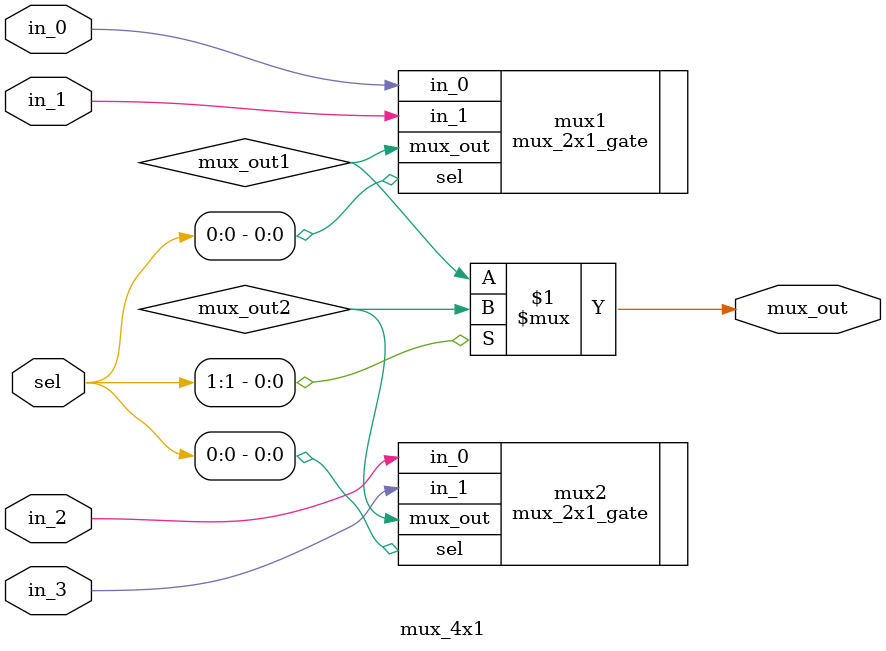
<source format=v>
`timescale 1ns / 1ps

module mux_4x1(
input in_0,
input in_1,
input in_2,
input in_3,
input [1:0]sel,
output mux_out
    );
    
    wire mux_out1,mux_out2;
    mux_2x1_gate mux1(.in_0(in_0),.in_1(in_1),.sel(sel[0]),.mux_out(mux_out1));
    mux_2x1_gate mux2(.in_0(in_2),.in_1(in_3),.sel(sel[0]),.mux_out(mux_out2));
    assign mux_out = sel[1] ? mux_out2:mux_out1;

endmodule


</source>
